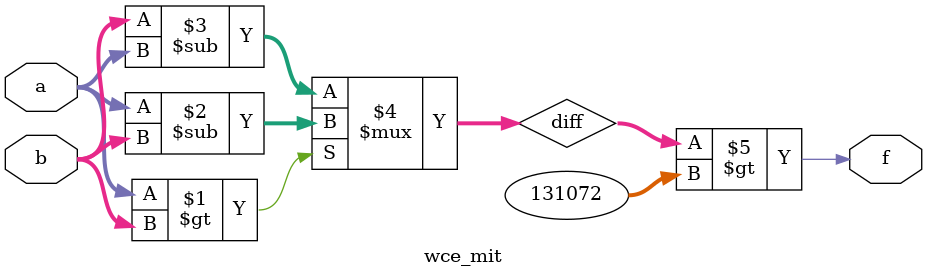
<source format=v>
module wce_mit(a, b, f);
parameter _bit = 34;
parameter wce = 131072;
input [_bit - 1: 0] a;
input [_bit - 1: 0] b;
output f;
wire [_bit - 1: 0] diff;
assign diff = (a > b)? (a - b): (b - a);
assign f = (diff > wce);
endmodule

</source>
